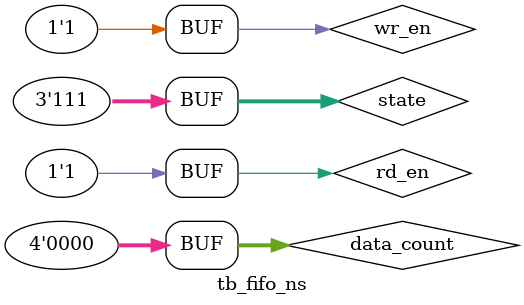
<source format=v>
module tb_fifo_ns;
	reg wr_en, rd_en;
	reg [2:0] state;
	reg [3:0] data_count;
	
	wire [2:0] next_state;
	
	parameter INIT = 3'b000;
	parameter WRITE = 3'b001;
	parameter READ = 3'b010;
	parameter WR_ERROR = 3'b101;
	parameter RD_ERROR = 3'b110;
	parameter NO_OP = 3'b111;
	
	fifo_ns DUT(wr_en, rd_en, state, data_count, next_state);
	
	initial 
	begin
		#0;	state = INIT; wr_en = 0; rd_en = 0; data_count = 0; // initialize inputs
		
		// test code for INIT state
		#10;	wr_en = 0; rd_en = 0;
		#10;	wr_en = 1;
		#10;	data_count = 4'b1000;
		#10;	wr_en = 0; rd_en = 1;
		#10;	data_count = 4'b0000;
		#10;	rd_en = 0;
		#10;	wr_en = 1; rd_en = 1;
		#10;
		// test code for WRITE state
		#10;	state = WRITE; wr_en = 0; rd_en = 0;
		#10;	wr_en = 1;
		#10;	data_count = 4'b1000;
		#10;	wr_en = 0; rd_en = 1;
		#10;	data_count = 4'b0000;
		#10;	rd_en = 0;
		#10;	wr_en = 1; rd_en = 1;
		#10;
		// test code for READ state
		#10;	state = READ; wr_en = 0; rd_en = 0;
		#10;	wr_en = 1;
		#10;	data_count = 4'b1000;
		#10;	wr_en = 0; rd_en = 1;
		#10;	data_count = 4'b0000;
		#10;	rd_en = 0;
		#10;	wr_en = 1; rd_en = 1;
		#10;
		// test code for WRITE ERROR state
		#10;	state = WR_ERROR; wr_en = 0; rd_en = 0;
		#10;	wr_en = 1;
		#10;	data_count = 4'b1000;
		#10;	wr_en = 0; rd_en = 1;
		#10;	data_count = 4'b0000;
		#10;	rd_en = 0;
		#10;	wr_en = 1; rd_en = 1;
		#10;
		// test code for READ ERROR state
		#10;	state = RD_ERROR; wr_en = 0; rd_en = 0;
		#10;	wr_en = 1;
		#10;	data_count = 4'b1000;
		#10;	wr_en = 0; rd_en = 1;
		#10;	data_count = 4'b0000;
		#10;	rd_en = 0;
		#10;	wr_en = 1; rd_en = 1;
		#10;
		// test code for NO_OP state
		#10;	state = NO_OP; wr_en = 0; rd_en = 0;
		#10;	wr_en = 1;
		#10;	data_count = 4'b1000;
		#10;	wr_en = 0; rd_en = 1;
		#10;	data_count = 4'b0000;
		#10;	rd_en = 0;
		#10;	wr_en = 1; rd_en = 1;
		#10;
		
		#10;
	end
endmodule

</source>
